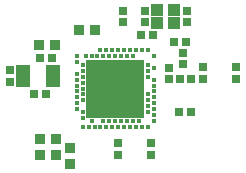
<source format=gts>
G04*
G04 #@! TF.GenerationSoftware,Altium Limited,Altium Designer,18.0.11 (651)*
G04*
G04 Layer_Color=8388736*
%FSLAX24Y24*%
%MOIN*%
G70*
G01*
G75*
%ADD23R,0.0296X0.0257*%
%ADD24R,0.0257X0.0296*%
%ADD25R,0.0316X0.0257*%
%ADD26R,0.0375X0.0355*%
%ADD27R,0.0434X0.0395*%
%ADD28R,0.0355X0.0375*%
%ADD29C,0.0148*%
%ADD30R,0.1949X0.1949*%
%ADD31R,0.0454X0.0769*%
D23*
X2520Y-787D02*
D03*
X2126D02*
D03*
X2362Y1545D02*
D03*
X1969D02*
D03*
X876Y1791D02*
D03*
X1270D02*
D03*
X-2096Y1033D02*
D03*
X-2490D02*
D03*
X-2314Y-167D02*
D03*
X-2708D02*
D03*
D24*
X4039Y323D02*
D03*
Y717D02*
D03*
X1792Y699D02*
D03*
Y305D02*
D03*
X2266Y803D02*
D03*
Y1197D02*
D03*
X2916Y717D02*
D03*
Y323D02*
D03*
X1191Y-1821D02*
D03*
Y-2215D02*
D03*
X98Y-1821D02*
D03*
Y-2215D02*
D03*
X2378Y2597D02*
D03*
Y2203D02*
D03*
X978Y2203D02*
D03*
Y2597D02*
D03*
X266Y2205D02*
D03*
Y2598D02*
D03*
X-3515Y217D02*
D03*
Y610D02*
D03*
D25*
X2539Y302D02*
D03*
X2165Y302D02*
D03*
D26*
X-1971Y-2215D02*
D03*
Y-1683D02*
D03*
X-2503Y-2215D02*
D03*
Y-1683D02*
D03*
X-1496Y-2500D02*
D03*
Y-1969D02*
D03*
D27*
X1392Y2173D02*
D03*
Y2626D02*
D03*
X1963D02*
D03*
Y2173D02*
D03*
D28*
X-2549Y1467D02*
D03*
X-2018D02*
D03*
X-1191Y1959D02*
D03*
X-659D02*
D03*
D29*
X886Y1280D02*
D03*
X-492D02*
D03*
X-295D02*
D03*
X-98D02*
D03*
X98D02*
D03*
X295D02*
D03*
X492D02*
D03*
X689D02*
D03*
X1083D02*
D03*
X-1280Y1083D02*
D03*
X-984D02*
D03*
X-787D02*
D03*
X-591D02*
D03*
X-394D02*
D03*
X-197D02*
D03*
X0D02*
D03*
X197D02*
D03*
X394D02*
D03*
X591D02*
D03*
X1280D02*
D03*
X1083Y787D02*
D03*
X-1280Y886D02*
D03*
X-1083Y787D02*
D03*
X1280Y689D02*
D03*
X-1083Y591D02*
D03*
X1083D02*
D03*
X-1280Y492D02*
D03*
X-1083Y394D02*
D03*
X1083D02*
D03*
X-1280Y295D02*
D03*
X1280D02*
D03*
X-1083Y197D02*
D03*
X-1280Y98D02*
D03*
X1280D02*
D03*
X-1083Y0D02*
D03*
X-1280Y-98D02*
D03*
X1280D02*
D03*
X-1083Y-197D02*
D03*
X1083D02*
D03*
X-1280Y-295D02*
D03*
X1280D02*
D03*
X-1083Y-394D02*
D03*
X1083D02*
D03*
X-1280Y-492D02*
D03*
X1280D02*
D03*
X1083Y-591D02*
D03*
X-1280Y-689D02*
D03*
X1280D02*
D03*
X-1083Y-787D02*
D03*
X1083D02*
D03*
X1280Y-886D02*
D03*
X-1083Y-984D02*
D03*
X-787Y-1083D02*
D03*
X-394D02*
D03*
X-197D02*
D03*
X0D02*
D03*
X197D02*
D03*
X394D02*
D03*
X591D02*
D03*
X787D02*
D03*
X1280D02*
D03*
X-1083Y-1280D02*
D03*
X-886D02*
D03*
X-689D02*
D03*
X-492D02*
D03*
X-295D02*
D03*
X-98D02*
D03*
X98D02*
D03*
X295D02*
D03*
X492D02*
D03*
X689D02*
D03*
X886D02*
D03*
X1083D02*
D03*
D30*
X0Y0D02*
D03*
D31*
X-2078Y404D02*
D03*
X-3062D02*
D03*
M02*

</source>
